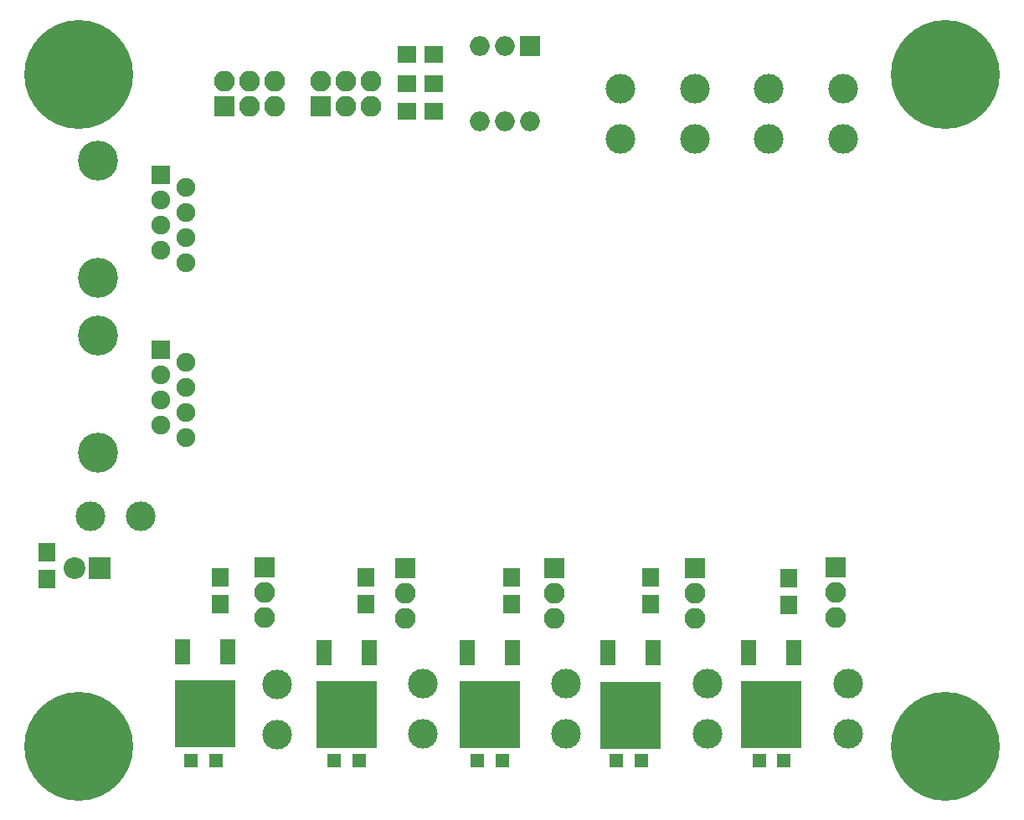
<source format=gts>
G04 #@! TF.GenerationSoftware,KiCad,Pcbnew,(2017-11-24 revision a01d81e)-master*
G04 #@! TF.CreationDate,2017-12-03T16:31:32+01:00*
G04 #@! TF.ProjectId,PWRCTRLBRD,5057524354524C4252442E6B69636164,rev?*
G04 #@! TF.SameCoordinates,Original*
G04 #@! TF.FileFunction,Soldermask,Top*
G04 #@! TF.FilePolarity,Negative*
%FSLAX46Y46*%
G04 Gerber Fmt 4.6, Leading zero omitted, Abs format (unit mm)*
G04 Created by KiCad (PCBNEW (2017-11-24 revision a01d81e)-master) date Sunday '03en' 03. December 2017 'kl'. 16.31.32*
%MOMM*%
%LPD*%
G01*
G04 APERTURE LIST*
%ADD10C,1.300000*%
%ADD11C,11.000000*%
%ADD12C,4.050000*%
%ADD13R,1.900000X1.900000*%
%ADD14C,1.900000*%
%ADD15C,3.000000*%
%ADD16R,1.600000X2.600000*%
%ADD17R,6.200000X6.800000*%
%ADD18R,1.700000X1.900000*%
%ADD19R,1.900000X1.700000*%
%ADD20R,2.000000X2.000000*%
%ADD21O,2.000000X2.000000*%
%ADD22R,2.100000X2.100000*%
%ADD23O,2.100000X2.100000*%
%ADD24R,2.200000X2.200000*%
%ADD25C,2.200000*%
%ADD26R,1.400000X1.400000*%
G04 APERTURE END LIST*
D10*
X124834749Y-146881251D03*
X122024000Y-145717000D03*
X119213251Y-146881251D03*
X118049000Y-149692000D03*
X119213251Y-152502749D03*
X122024000Y-153667000D03*
X124834749Y-152502749D03*
X125999000Y-149692000D03*
D11*
X122024000Y-149692000D03*
X122024000Y-81692000D03*
D10*
X125999000Y-81692000D03*
X124834749Y-84502749D03*
X122024000Y-85667000D03*
X119213251Y-84502749D03*
X118049000Y-81692000D03*
X119213251Y-78881251D03*
X122024000Y-77717000D03*
X124834749Y-78881251D03*
X212434749Y-78881251D03*
X209624000Y-77717000D03*
X206813251Y-78881251D03*
X205649000Y-81692000D03*
X206813251Y-84502749D03*
X209624000Y-85667000D03*
X212434749Y-84502749D03*
X213599000Y-81692000D03*
D11*
X209624000Y-81692000D03*
D12*
X123974000Y-119992000D03*
X123974000Y-108122000D03*
D13*
X130324000Y-109612000D03*
D14*
X132864000Y-110882000D03*
X130324000Y-112152000D03*
X132864000Y-113422000D03*
X130324000Y-114692000D03*
X132864000Y-115962000D03*
X130324000Y-117232000D03*
X132864000Y-118502000D03*
D15*
X128324000Y-126442000D03*
X123244000Y-126442000D03*
X176824000Y-88272000D03*
X176824000Y-83192000D03*
X184324000Y-88272000D03*
X184324000Y-83192000D03*
X191824000Y-88272000D03*
X191824000Y-83192000D03*
X199324000Y-88272000D03*
X199324000Y-83192000D03*
X142074000Y-143442000D03*
X142074000Y-148522000D03*
D12*
X123974000Y-102282000D03*
X123974000Y-90412000D03*
D13*
X130324000Y-91902000D03*
D14*
X132864000Y-93172000D03*
X130324000Y-94442000D03*
X132864000Y-95712000D03*
X130324000Y-96982000D03*
X132864000Y-98252000D03*
X130324000Y-99522000D03*
X132864000Y-100792000D03*
D15*
X156824000Y-143362000D03*
X156824000Y-148442000D03*
X171324000Y-143362000D03*
X171324000Y-148442000D03*
X185574000Y-143362000D03*
X185574000Y-148442000D03*
X199824000Y-143362000D03*
X199824000Y-148442000D03*
D16*
X137104000Y-140142000D03*
X132544000Y-140142000D03*
D17*
X134824000Y-146442000D03*
D16*
X151379000Y-140217000D03*
X146819000Y-140217000D03*
D17*
X149099000Y-146517000D03*
D16*
X165879000Y-140217000D03*
X161319000Y-140217000D03*
D17*
X163599000Y-146517000D03*
D16*
X180104000Y-140242000D03*
X175544000Y-140242000D03*
D17*
X177824000Y-146542000D03*
D16*
X194329000Y-140217000D03*
X189769000Y-140217000D03*
D17*
X192049000Y-146517000D03*
D18*
X118824000Y-132792000D03*
X118824000Y-130092000D03*
D19*
X155224000Y-79692000D03*
X157924000Y-79692000D03*
X155224000Y-82692000D03*
X157924000Y-82692000D03*
X155224000Y-85442000D03*
X157924000Y-85442000D03*
D20*
X167614000Y-78822000D03*
D21*
X162534000Y-86442000D03*
X165074000Y-78822000D03*
X165074000Y-86442000D03*
X162534000Y-78822000D03*
X167614000Y-86442000D03*
D22*
X136744000Y-84942000D03*
D23*
X136744000Y-82402000D03*
X139284000Y-84942000D03*
X139284000Y-82402000D03*
X141824000Y-84942000D03*
X141824000Y-82402000D03*
D22*
X146494000Y-84942000D03*
D23*
X146494000Y-82402000D03*
X149034000Y-84942000D03*
X149034000Y-82402000D03*
X151574000Y-84942000D03*
X151574000Y-82402000D03*
D22*
X140824000Y-131612000D03*
D23*
X140824000Y-134152000D03*
X140824000Y-136692000D03*
D22*
X155074000Y-131652000D03*
D23*
X155074000Y-134192000D03*
X155074000Y-136732000D03*
D22*
X170074000Y-131652000D03*
D23*
X170074000Y-134192000D03*
X170074000Y-136732000D03*
D22*
X184324000Y-131652000D03*
D23*
X184324000Y-134192000D03*
X184324000Y-136732000D03*
D22*
X198574000Y-131612000D03*
D23*
X198574000Y-134152000D03*
X198574000Y-136692000D03*
D18*
X136324000Y-135292000D03*
X136324000Y-132592000D03*
X151074000Y-135292000D03*
X151074000Y-132592000D03*
X165824000Y-135292000D03*
X165824000Y-132592000D03*
X179824000Y-135292000D03*
X179824000Y-132592000D03*
X193824000Y-135392000D03*
X193824000Y-132692000D03*
D24*
X124114000Y-131692000D03*
D25*
X121574000Y-131692000D03*
D26*
X133374000Y-151192000D03*
X135874000Y-151192000D03*
X147874000Y-151192000D03*
X150374000Y-151192000D03*
X162324000Y-151192000D03*
X164824000Y-151192000D03*
X176374000Y-151192000D03*
X178874000Y-151192000D03*
X190824000Y-151192000D03*
X193324000Y-151192000D03*
D11*
X209624000Y-149692000D03*
D10*
X213599000Y-149692000D03*
X212434749Y-152502749D03*
X209624000Y-153667000D03*
X206813251Y-152502749D03*
X205649000Y-149692000D03*
X206813251Y-146881251D03*
X209624000Y-145717000D03*
X212434749Y-146881251D03*
M02*

</source>
